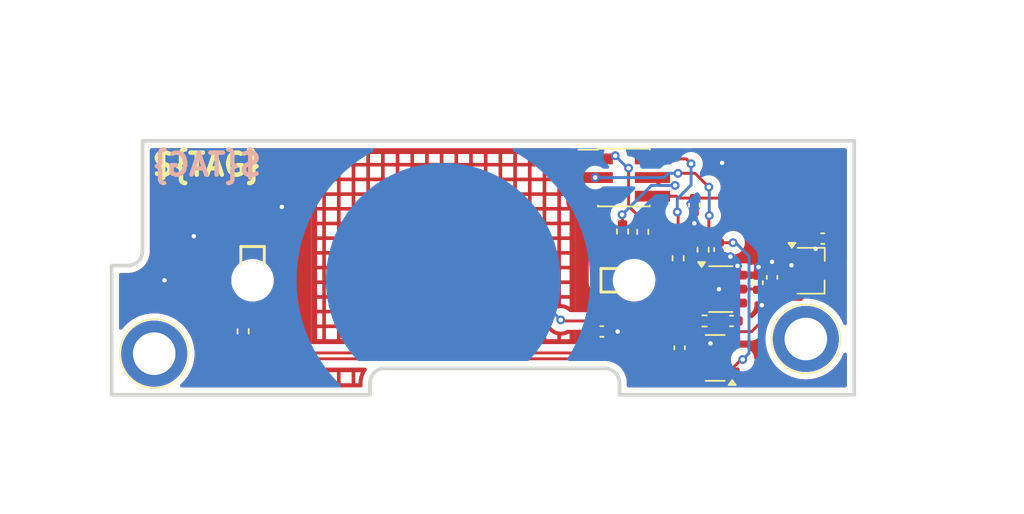
<source format=kicad_pcb>
(kicad_pcb (version 20240108) (generator "pcbnew") (generator_version "8.0")
  (layers (0 "F.Cu" signal) (31 "B.Cu" signal) (34 "B.Paste" user) (35 "F.Paste" user) (36 "B.SilkS" user "B.Silkscreen") (37 "F.SilkS" user "F.Silkscreen") (38 "B.Mask" user) (39 "F.Mask" user) (44 "Edge.Cuts" user))
  (net 0 "")
  (net 1 "GND")
  (net 2 "+3V3")
  (net 3 "~{LED_B}")
  (net 4 "CAP_BUTTON")
  (net 5 "~{LED_G}")
  (net 6 "~{LED_R}")
  (net 7 "Net-(D301-K)")
  (net 8 "Net-(U301-VO)")
  (net 9 "Net-(U302-SNS)")
  (net 10 "Net-(U302-SNSK)")
  (net 11 "Net-(C307-Pad1)")
  (net 12 "Net-(D301-A)")
  (net 15 "Net-(LED301---Pad4)")
  (net 16 "Net-(LED301---Pad1)")
  (net 17 "Net-(LED301---Pad3)")
  (net 18 "Net-(U302-OUT)")
  (footprint "Resistor_SMD:R_0402_1005Metric" (layer "F.Cu") (at 16 -1.5 -90)
    (property "Reference" "R304" (hide yes))
    (property "Value" "180R")
    (fp_line (start -0.153641 0.38) (end 0.153641 0.38) (stroke (width 0.12)) (layer "F.SilkS"))
    (fp_line (start -0.153641 -0.38) (end 0.153641 -0.38) (stroke (width 0.12)) (layer "F.SilkS"))
    (pad "1" smd roundrect (at -0.51 0 270) (size 0.54 0.64) (layers "F.Cu" "F.Paste" "F.Mask") (net 3 "~{LED_B}"))
    (pad "2" smd roundrect (at 0.51 0 270) (size 0.54 0.64) (layers "F.Cu" "F.Paste" "F.Mask") (net 17 "Net-(LED301---Pad3)"))
  )
  (footprint "Resistor_SMD:R_0402_1005Metric" (layer "F.Cu") (at 17.8 2.7725 180)
    (property "Reference" "R302" (hide yes))
    (property "Value" "10k")
    (fp_line (start -0.153641 0.38) (end 0.153641 0.38) (stroke (width 0.12)) (layer "F.SilkS"))
    (fp_line (start -0.153641 -0.38) (end 0.153641 -0.38) (stroke (width 0.12)) (layer "F.SilkS"))
    (pad "1" smd roundrect (at -0.51 0 180) (size 0.54 0.64) (layers "F.Cu" "F.Paste" "F.Mask") (net 10 "Net-(U302-SNSK)"))
    (pad "2" smd roundrect (at 0.51 0 180) (size 0.54 0.64) (layers "F.Cu" "F.Paste" "F.Mask") (net 11 "Net-(C307-Pad1)"))
  )
  (footprint "Resistor_SMD:R_0402_1005Metric" (layer "F.Cu") (at 13.59 -3.3 90)
    (property "Reference" "R306" (hide yes))
    (property "Value" "180R")
    (fp_line (start -0.153641 -0.38) (end 0.153641 -0.38) (stroke (width 0.12)) (layer "F.SilkS"))
    (fp_line (start -0.153641 0.38) (end 0.153641 0.38) (stroke (width 0.12)) (layer "F.SilkS"))
    (pad "1" smd roundrect (at -0.51 0 90) (size 0.54 0.64) (layers "F.Cu" "F.Paste" "F.Mask") (net 16 "Net-(LED301---Pad1)"))
    (pad "2" smd roundrect (at 0.51 0 90) (size 0.54 0.64) (layers "F.Cu" "F.Paste" "F.Mask") (net 6 "~{LED_R}"))
  )
  (footprint "Package_TO_SOT_SMD:TSOT-23" (layer "F.Cu") (at 25.03 -0.67)
    (property "Reference" "U301" (hide yes))
    (property "Value" "ME6216A28XG")
    (fp_line (start 0.945 0.69) (end 0.945 1.58) (stroke (width 0.12)) (layer "F.SilkS"))
    (fp_line (start 0.945 1.58) (end -0.905 1.58) (stroke (width 0.12)) (layer "F.SilkS"))
    (fp_line (start 0.96 -1.54) (end -0.89 -1.54) (stroke (width 0.12)) (layer "F.SilkS"))
    (fp_line (start 0.96 -1.54) (end 0.96 -0.65) (stroke (width 0.12)) (layer "F.SilkS"))
    (fp_poly (pts (xy -1.28 -1.55) (xy -1.52 -1.88) (xy -1.04 -1.88) (xy -1.28 -1.55)) (stroke (width 0.12)) (fill solid) (layer "F.SilkS"))
    (pad "1" smd roundrect (at -1.31 -0.95) (size 1.22 0.65) (layers "F.Cu" "F.Paste" "F.Mask") (net 1 "GND"))
    (pad "2" smd roundrect (at -1.31 0.95) (size 1.22 0.65) (layers "F.Cu" "F.Paste" "F.Mask") (net 8 "Net-(U301-VO)"))
    (pad "3" smd roundrect (at 1.31 0) (size 1.22 0.65) (layers "F.Cu" "F.Paste" "F.Mask") (net 2 "+3V3"))
  )
  (footprint "Capacitor_SMD:C_0402_1005Metric" (layer "F.Cu") (at 10.8 3.49)
    (property "Reference" "C307" (hide yes))
    (property "Value" "~")
    (fp_line (start -0.107836 -0.36) (end 0.107836 -0.36) (stroke (width 0.12)) (layer "F.SilkS"))
    (fp_line (start -0.107836 0.36) (end 0.107836 0.36) (stroke (width 0.12)) (layer "F.SilkS"))
    (pad "1" smd roundrect (at -0.48 0) (size 0.56 0.62) (layers "F.Cu" "F.Paste" "F.Mask") (net 11 "Net-(C307-Pad1)"))
    (pad "2" smd roundrect (at 0.48 0) (size 0.56 0.62) (layers "F.Cu" "F.Paste" "F.Mask") (net 1 "GND"))
  )
  (footprint "Package_TO_SOT_SMD:SOT-23-6" (layer "F.Cu") (at 18.9 0.6)
    (property "Reference" "U302" (hide yes))
    (property "Value" "AT42QT1010-TSHR")
    (fp_line (start 0 -1.56) (end -0.8 -1.56) (stroke (width 0.12)) (layer "F.SilkS"))
    (fp_line (start 0 -1.56) (end 0.8 -1.56) (stroke (width 0.12)) (layer "F.SilkS"))
    (fp_line (start 0 1.56) (end -0.8 1.56) (stroke (width 0.12)) (layer "F.SilkS"))
    (fp_line (start 0 1.56) (end 0.8 1.56) (stroke (width 0.12)) (layer "F.SilkS"))
    (fp_poly (pts (xy -1.3 -1.51) (xy -1.54 -1.84) (xy -1.06 -1.84) (xy -1.3 -1.51)) (stroke (width 0.12)) (fill solid) (layer "F.SilkS"))
    (pad "1" smd roundrect (at -1.1375 -0.95) (size 1.325 0.6) (layers "F.Cu" "F.Paste" "F.Mask") (net 18 "Net-(U302-OUT)"))
    (pad "2" smd roundrect (at -1.1375 0) (size 1.325 0.6) (layers "F.Cu" "F.Paste" "F.Mask") (net 1 "GND"))
    (pad "3" smd roundrect (at -1.1375 0.95) (size 1.325 0.6) (layers "F.Cu" "F.Paste" "F.Mask") (net 10 "Net-(U302-SNSK)"))
    (pad "4" smd roundrect (at 1.1375 0.95) (size 1.325 0.6) (layers "F.Cu" "F.Paste" "F.Mask") (net 9 "Net-(U302-SNS)"))
    (pad "5" smd roundrect (at 1.1375 0) (size 1.325 0.6) (layers "F.Cu" "F.Paste" "F.Mask") (net 8 "Net-(U301-VO)"))
    (pad "6" smd roundrect (at 1.1375 -0.95) (size 1.325 0.6) (layers "F.Cu" "F.Paste" "F.Mask") (net 1 "GND"))
  )
  (footprint "Capacitor_SMD:C_0402_1005Metric" (layer "F.Cu") (at 19.64 2.7725)
    (property "Reference" "C306" (hide yes))
    (property "Value" "8.2nF")
    (fp_line (start -0.107836 -0.36) (end 0.107836 -0.36) (stroke (width 0.12)) (layer "F.SilkS"))
    (fp_line (start -0.107836 0.36) (end 0.107836 0.36) (stroke (width 0.12)) (layer "F.SilkS"))
    (pad "1" smd roundrect (at -0.48 0) (size 0.56 0.62) (layers "F.Cu" "F.Paste" "F.Mask") (net 10 "Net-(U302-SNSK)"))
    (pad "2" smd roundrect (at 0.48 0) (size 0.56 0.62) (layers "F.Cu" "F.Paste" "F.Mask") (net 9 "Net-(U302-SNS)"))
  )
  (footprint "Resistor_SMD:R_0402_1005Metric" (layer "F.Cu") (at 17.7 -2.09 -90)
    (property "Reference" "R303" (hide yes))
    (property "Value" "10k")
    (fp_line (start -0.153641 0.38) (end 0.153641 0.38) (stroke (width 0.12)) (layer "F.SilkS"))
    (fp_line (start -0.153641 -0.38) (end 0.153641 -0.38) (stroke (width 0.12)) (layer "F.SilkS"))
    (pad "1" smd roundrect (at -0.51 0 270) (size 0.54 0.64) (layers "F.Cu" "F.Paste" "F.Mask") (net 4 "CAP_BUTTON"))
    (pad "2" smd roundrect (at 0.51 0 270) (size 0.54 0.64) (layers "F.Cu" "F.Paste" "F.Mask") (net 18 "Net-(U302-OUT)"))
  )
  (footprint "cacophony-library:SMTWE2070MTJ" (layer "F.Cu") (at 24.7 4)
    (property "Reference" "J303" (hide yes))
    (property "Value" "Screw_Terminal_01x01")
    (fp_circle (center 0 0) (end 2.35 0) (stroke (width 0.1)) (fill none) (layer "F.SilkS"))
    (pad "1" thru_hole circle (at 0 0) (size 4.5 4.5) (drill 2.9) (layers "*.Cu" "*.Mask"))
  )
  (footprint "Capacitor_SMD:C_0402_1005Metric" (layer "F.Cu") (at 22.4 -0.2 90)
    (property "Reference" "C304" (hide yes))
    (property "Value" "1uF")
    (fp_line (start -0.107836 -0.36) (end 0.107836 -0.36) (stroke (width 0.12)) (layer "F.SilkS"))
    (fp_line (start -0.107836 0.36) (end 0.107836 0.36) (stroke (width 0.12)) (layer "F.SilkS"))
    (pad "1" smd roundrect (at -0.48 0 90) (size 0.56 0.62) (layers "F.Cu" "F.Paste" "F.Mask") (net 8 "Net-(U301-VO)"))
    (pad "2" smd roundrect (at 0.48 0 90) (size 0.56 0.62) (layers "F.Cu" "F.Paste" "F.Mask") (net 1 "GND"))
  )
  (footprint "Capacitor_SMD:C_0402_1005Metric" (layer "F.Cu") (at 21.41 0.17 90)
    (property "Reference" "C305" (hide yes))
    (property "Value" "220nF")
    (fp_line (start -0.107836 -0.36) (end 0.107836 -0.36) (stroke (width 0.12)) (layer "F.SilkS"))
    (fp_line (start -0.107836 0.36) (end 0.107836 0.36) (stroke (width 0.12)) (layer "F.SilkS"))
    (pad "1" smd roundrect (at -0.48 0 90) (size 0.56 0.62) (layers "F.Cu" "F.Paste" "F.Mask") (net 8 "Net-(U301-VO)"))
    (pad "2" smd roundrect (at 0.48 0 90) (size 0.56 0.62) (layers "F.Cu" "F.Paste" "F.Mask") (net 1 "GND"))
  )
  (footprint "Capacitor_SMD:C_0402_1005Metric" (layer "F.Cu") (at 17.1 -5.12 90)
    (property "Reference" "C301" (hide yes))
    (property "Value" "1uF")
    (fp_line (start -0.107836 -0.36) (end 0.107836 -0.36) (stroke (width 0.12)) (layer "F.SilkS"))
    (fp_line (start -0.107836 0.36) (end 0.107836 0.36) (stroke (width 0.12)) (layer "F.SilkS"))
    (pad "1" smd roundrect (at -0.48 0 90) (size 0.56 0.62) (layers "F.Cu" "F.Paste" "F.Mask") (net 1 "GND"))
    (pad "2" smd roundrect (at 0.48 0 90) (size 0.56 0.62) (layers "F.Cu" "F.Paste" "F.Mask") (net 2 "+3V3"))
  )
  (footprint "cacophony-library:QBLP655R-IW-2897" (layer "F.Cu") (at -13 0 -90)
    (property "Reference" "D301" (hide yes))
    (property "Value" "LED")
    (fp_line (start -2.3 0.8) (end -1.1 0.8) (stroke (width 0.2)) (layer "F.SilkS"))
    (fp_line (start -2.3 -0.8) (end -2.3 0.8) (stroke (width 0.2)) (layer "F.SilkS"))
    (fp_line (start -2.3 -0.8) (end -1.1 -0.8) (stroke (width 0.2)) (layer "F.SilkS"))
    (pad "" np_thru_hole circle (at 0 0 270) (size 2.4 2.4) (drill 2.4) (layers "F&B.Cu" "*.Mask"))
    (pad "1" smd custom (at -1.8 0 90) (size 0.22 0.22) (layers "F.Cu" "F.Paste" "F.Mask") (net 7 "Net-(D301-K)") (options (clearance outline) (anchor circle)) (primitives (gr_rect (start -0.29 -0.3) (end 0.29 0.28) (width 0.001) (fill yes)) (gr_poly (pts (xy -0.32 0.2) (xy -0.41 0.61) (xy -0.41 0.63) (xy 0.28 0.63) (xy 0.283984 0.629619) (xy 0.289619 0.623984) (xy 0.29 0.62) (xy 0.29 0.19) (xy 0.289619 0.186016) (xy 0.283984 0.180381) (xy 0.28 0.18) (xy -0.31 0.18)) (width 0) (fill yes)) (gr_arc (start -0.410001 -0.58) (mid -0.294632 0) (end -0.410001 0.58) (width 0.1)) (gr_poly (pts (xy -0.32 -0.2) (xy -0.41 -0.61) (xy -0.41 -0.63) (xy 0.28 -0.63) (xy 0.283984 -0.629619) (xy 0.289619 -0.623984) (xy 0.29 -0.62) (xy 0.29 -0.19) (xy 0.289619 -0.186016) (xy 0.283984 -0.180381) (xy 0.28 -0.18) (xy -0.31 -0.18)) (width 0) (fill yes))))
    (pad "2" smd custom (at 1.8 0 270) (size 0.22 0.22) (layers "F.Cu" "F.Paste" "F.Mask") (net 12 "Net-(D301-A)") (options (clearance outline) (anchor circle)) (primitives (gr_rect (start -0.29 -0.3) (end 0.29 0.28) (width 0.001) (fill yes)) (gr_poly (pts (xy -0.32 0.2) (xy -0.41 0.61) (xy -0.41 0.63) (xy 0.28 0.63) (xy 0.283984 0.629619) (xy 0.289619 0.623984) (xy 0.29 0.62) (xy 0.29 0.19) (xy 0.289619 0.186016) (xy 0.283984 0.180381) (xy 0.28 0.18) (xy -0.31 0.18)) (width 0) (fill yes)) (gr_arc (start -0.410001 -0.58) (mid -0.294632 0) (end -0.410001 0.58) (width 0.1)) (gr_poly (pts (xy -0.32 -0.2) (xy -0.41 -0.61) (xy -0.41 -0.63) (xy 0.28 -0.63) (xy 0.283984 -0.629619) (xy 0.289619 -0.623984) (xy 0.29 -0.62) (xy 0.29 -0.19) (xy 0.289619 -0.186016) (xy 0.283984 -0.180381) (xy 0.28 -0.18) (xy -0.31 -0.18)) (width 0) (fill yes))))
  )
  (footprint "cacophony-library:SMTWE2070MTJ" (layer "F.Cu") (at -19.7 5)
    (property "Reference" "J301" (hide yes))
    (property "Value" "Screw_Terminal_01x01")
    (fp_circle (center 0 0) (end 2.35 0) (stroke (width 0.1)) (fill none) (layer "F.SilkS"))
    (pad "1" thru_hole circle (at 0 0) (size 4.5 4.5) (drill 2.9) (layers "*.Cu" "*.Mask"))
  )
  (footprint "Capacitor_SMD:C_0402_1005Metric" (layer "F.Cu") (at 18.81 -2.09 -90)
    (property "Reference" "C308" (hide yes))
    (property "Value" "220nF")
    (fp_line (start -0.107836 0.36) (end 0.107836 0.36) (stroke (width 0.12)) (layer "F.SilkS"))
    (fp_line (start -0.107836 -0.36) (end 0.107836 -0.36) (stroke (width 0.12)) (layer "F.SilkS"))
    (pad "1" smd roundrect (at -0.48 0 270) (size 0.56 0.62) (layers "F.Cu" "F.Paste" "F.Mask") (net 4 "CAP_BUTTON"))
    (pad "2" smd roundrect (at 0.48 0 270) (size 0.56 0.62) (layers "F.Cu" "F.Paste" "F.Mask") (net 1 "GND"))
  )
  (footprint "cacophony-library:QBLP655R-RGB" (layer "F.Cu") (at 13 0 180)
    (property "Reference" "LED301" (hide yes))
    (property "Value" "NH-B1515RGBA-HF")
    (fp_line (start 2.26 0.8) (end 2.26 -0.8) (stroke (width 0.2)) (layer "F.SilkS"))
    (fp_line (start 2.26 0.8) (end 1.2 0.8) (stroke (width 0.2)) (layer "F.SilkS"))
    (fp_line (start 2.26 -0.8) (end 1.2 -0.8) (stroke (width 0.2)) (layer "F.SilkS"))
    (pad "" np_thru_hole circle (at 0 0 180) (size 2.4 2.4) (drill 2.4) (layers "F&B.Cu" "*.Mask"))
    (pad "1" smd custom (at 1.7 0.4) (size 0.22 0.22) (layers "F.Cu" "F.Paste" "F.Mask") (net 16 "Net-(LED301---Pad1)") (options (clearance outline) (anchor circle)) (primitives (gr_poly (pts (xy 0.22 0.2) (xy 0.31 -0.21) (xy 0.31 -0.23) (xy -0.38 -0.23) (xy -0.383984 -0.229619) (xy -0.389619 -0.223984) (xy -0.39 -0.22) (xy -0.39 0.21) (xy -0.389619 0.213984) (xy -0.383984 0.219619) (xy -0.38 0.22) (xy 0.21 0.22)) (width 0) (fill yes)) (gr_arc (start 0.212119 0.170325) (mid 0.250511 -0.007785) (end 0.310001 -0.18) (width 0.1))))
    (pad "2" smd custom (at -1.7 0.4) (size 0.22 0.22) (layers "F.Cu" "F.Paste" "F.Mask") (net 2 "+3V3") (options (clearance outline) (anchor circle)) (primitives (gr_poly (pts (xy -0.22 0.2) (xy -0.31 -0.21) (xy -0.31 -0.23) (xy 0.38 -0.23) (xy 0.383984 -0.229619) (xy 0.389619 -0.223984) (xy 0.39 -0.22) (xy 0.39 0.21) (xy 0.389619 0.213984) (xy 0.383984 0.219619) (xy 0.38 0.22) (xy -0.21 0.22)) (width 0) (fill yes)) (gr_arc (start -0.310001 -0.18) (mid -0.250511 -0.007785) (end -0.212119 0.170325) (width 0.1))))
    (pad "3" smd custom (at -1.7 -0.4 180) (size 0.22 0.22) (layers "F.Cu" "F.Paste" "F.Mask") (net 17 "Net-(LED301---Pad3)") (options (clearance outline) (anchor circle)) (primitives (gr_poly (pts (xy 0.22 0.2) (xy 0.31 -0.21) (xy 0.31 -0.23) (xy -0.38 -0.23) (xy -0.383984 -0.229619) (xy -0.389619 -0.223984) (xy -0.39 -0.22) (xy -0.39 0.21) (xy -0.389619 0.213984) (xy -0.383984 0.219619) (xy -0.38 0.22) (xy 0.21 0.22)) (width 0) (fill yes)) (gr_arc (start 0.212119 0.170325) (mid 0.250511 -0.007785) (end 0.310001 -0.18) (width 0.1))))
    (pad "4" smd custom (at 1.7 -0.4 180) (size 0.22 0.22) (layers "F.Cu" "F.Paste" "F.Mask") (net 15 "Net-(LED301---Pad4)") (options (clearance outline) (anchor circle)) (primitives (gr_poly (pts (xy -0.22 0.2) (xy -0.31 -0.21) (xy -0.31 -0.23) (xy 0.38 -0.23) (xy 0.383984 -0.229619) (xy 0.389619 -0.223984) (xy 0.39 -0.22) (xy 0.39 0.21) (xy 0.389619 0.213984) (xy 0.383984 0.219619) (xy 0.38 0.22) (xy -0.21 0.22)) (width 0) (fill yes)) (gr_arc (start -0.310001 -0.18) (mid -0.250511 -0.007785) (end -0.212119 0.170325) (width 0.1))))
  )
  (footprint "Package_TO_SOT_SMD:SOT-23" (layer "F.Cu") (at 18.52 5.29 180)
    (property "Reference" "Q301" (hide yes))
    (property "Value" "AO3400A")
    (fp_line (start 0 1.56) (end 0.65 1.56) (stroke (width 0.12)) (layer "F.SilkS"))
    (fp_line (start 0 1.56) (end -0.65 1.56) (stroke (width 0.12)) (layer "F.SilkS"))
    (fp_line (start 0 -1.56) (end 0.65 -1.56) (stroke (width 0.12)) (layer "F.SilkS"))
    (fp_line (start 0 -1.56) (end -0.65 -1.56) (stroke (width 0.12)) (layer "F.SilkS"))
    (fp_poly (pts (xy -1.1625 -1.51) (xy -1.4025 -1.84) (xy -0.9225 -1.84) (xy -1.1625 -1.51)) (stroke (width 0.12)) (fill solid) (layer "F.SilkS"))
    (pad "1" smd roundrect (at -0.9375 -0.95 180) (size 1.475 0.6) (layers "F.Cu" "F.Paste" "F.Mask") (net 4 "CAP_BUTTON"))
    (pad "2" smd roundrect (at -0.9375 0.95 180) (size 1.475 0.6) (layers "F.Cu" "F.Paste" "F.Mask") (net 1 "GND"))
    (pad "3" smd roundrect (at 0.9375 0 180) (size 1.475 0.6) (layers "F.Cu" "F.Paste" "F.Mask") (net 7 "Net-(D301-K)"))
  )
  (footprint "Capacitor_SMD:C_0402_1005Metric" (layer "F.Cu") (at 16.1 4.6 90)
    (property "Reference" "C302" (hide yes))
    (property "Value" "1uF")
    (fp_line (start -0.107836 -0.36) (end 0.107836 -0.36) (stroke (width 0.12)) (layer "F.SilkS"))
    (fp_line (start -0.107836 0.36) (end 0.107836 0.36) (stroke (width 0.12)) (layer "F.SilkS"))
    (pad "1" smd roundrect (at -0.48 0 90) (size 0.56 0.62) (layers "F.Cu" "F.Paste" "F.Mask") (net 7 "Net-(D301-K)"))
    (pad "2" smd roundrect (at 0.48 0 90) (size 0.56 0.62) (layers "F.Cu" "F.Paste" "F.Mask") (net 1 "GND"))
  )
  (footprint "Connector_PinHeader_1.27mm:PinHeader_2x03_P1.27mm_Vertical_SMD" (layer "F.Cu") (at 12.3 -7)
    (property "Reference" "J302" (hide yes))
    (property "Value" "Conn_02x03_Odd_Even")
    (fp_line (start -3.09 -1.9) (end -1.765 -1.9) (stroke (width 0.12)) (layer "F.SilkS"))
    (fp_line (start -1.765 -1.965) (end -1.765 -1.9) (stroke (width 0.12)) (layer "F.SilkS"))
    (fp_line (start -1.765 -1.965) (end 1.765 -1.965) (stroke (width 0.12)) (layer "F.SilkS"))
    (fp_line (start -1.765 1.9) (end -1.765 1.965) (stroke (width 0.12)) (layer "F.SilkS"))
    (fp_line (start -1.765 1.965) (end 1.765 1.965) (stroke (width 0.12)) (layer "F.SilkS"))
    (fp_line (start 1.765 -1.965) (end 1.765 -1.9) (stroke (width 0.12)) (layer "F.SilkS"))
    (fp_line (start 1.765 1.9) (end 1.765 1.965) (stroke (width 0.12)) (layer "F.SilkS"))
    (pad "1" smd rect (at -1.95 -1.27) (size 2.4 0.74) (layers "F.Cu" "F.Paste" "F.Mask") (net 6 "~{LED_R}"))
    (pad "2" smd rect (at 1.95 -1.27) (size 2.4 0.74) (layers "F.Cu" "F.Paste" "F.Mask") (net 3 "~{LED_B}"))
    (pad "3" smd rect (at -1.95 0) (size 2.4 0.74) (layers "F.Cu" "F.Paste" "F.Mask") (net 4 "CAP_BUTTON"))
    (pad "4" smd rect (at 1.95 0) (size 2.4 0.74) (layers "F.Cu" "F.Paste" "F.Mask") (net 5 "~{LED_G}"))
    (pad "5" smd rect (at -1.95 1.27) (size 2.4 0.74) (layers "F.Cu" "F.Paste" "F.Mask") (net 1 "GND"))
    (pad "6" smd rect (at 1.95 1.27) (size 2.4 0.74) (layers "F.Cu" "F.Paste" "F.Mask") (net 2 "+3V3"))
  )
  (footprint "Capacitor_SMD:C_0402_1005Metric" (layer "F.Cu") (at 25.85 -2.84 180)
    (property "Reference" "C303" (hide yes))
    (property "Value" "1uF")
    (fp_line (start -0.107836 0.36) (end 0.107836 0.36) (stroke (width 0.12)) (layer "F.SilkS"))
    (fp_line (start -0.107836 -0.36) (end 0.107836 -0.36) (stroke (width 0.12)) (layer "F.SilkS"))
    (pad "1" smd roundrect (at -0.48 0 180) (size 0.56 0.62) (layers "F.Cu" "F.Paste" "F.Mask") (net 2 "+3V3"))
    (pad "2" smd roundrect (at 0.48 0 180) (size 0.56 0.62) (layers "F.Cu" "F.Paste" "F.Mask") (net 1 "GND"))
  )
  (footprint "Resistor_SMD:R_0402_1005Metric" (layer "F.Cu") (at -13.64 3.48 -90)
    (property "Reference" "R301" (hide yes))
    (property "Value" "180R")
    (fp_line (start -0.153641 0.38) (end 0.153641 0.38) (stroke (width 0.12)) (layer "F.SilkS"))
    (fp_line (start -0.153641 -0.38) (end 0.153641 -0.38) (stroke (width 0.12)) (layer "F.SilkS"))
    (pad "1" smd roundrect (at -0.51 0 270) (size 0.54 0.64) (layers "F.Cu" "F.Paste" "F.Mask") (net 12 "Net-(D301-A)"))
    (pad "2" smd roundrect (at 0.51 0 270) (size 0.54 0.64) (layers "F.Cu" "F.Paste" "F.Mask") (net 2 "+3V3"))
  )
  (footprint "Resistor_SMD:R_0402_1005Metric" (layer "F.Cu") (at 12.21 -3.32 90)
    (property "Reference" "R305" (hide yes))
    (property "Value" "180R")
    (fp_line (start -0.153641 -0.38) (end 0.153641 -0.38) (stroke (width 0.12)) (layer "F.SilkS"))
    (fp_line (start -0.153641 0.38) (end 0.153641 0.38) (stroke (width 0.12)) (layer "F.SilkS"))
    (pad "1" smd roundrect (at -0.51 0 90) (size 0.54 0.64) (layers "F.Cu" "F.Paste" "F.Mask") (net 15 "Net-(LED301---Pad4)"))
    (pad "2" smd roundrect (at 0.51 0 90) (size 0.54 0.64) (layers "F.Cu" "F.Paste" "F.Mask") (net 5 "~{LED_G}"))
  )
  (footprint "cacophony-library:Touch_Pad" (layer "B.Cu") (at 0 0 180)
    (property "Reference" "H301" (hide yes))
    (property "Value" "MountingHole_Pad")
    (pad "1" smd custom (at 0 0 180) (size 2 2) (layers "B.Cu") (net 11 "Net-(C307-Pad1)") (clearance 2) (options (clearance outline) (anchor circle)) (primitives (gr_poly (pts (arc (start 5.8 -5.5) (mid 0 7.993122) (end -5.8 -5.5))) (width 0) (fill yes))))
  )
  (gr_line (start -20.500002 -9.499999) (end -20.500002 -1.999997) (stroke (width 0.25)) (layer "Edge.Cuts"))
  (gr_arc (start -5.000002 7) (mid -4.707109 6.292894) (end -4.000003 6.000001) (stroke (width 0.25)) (layer "Edge.Cuts"))
  (gr_line (start 11.999998 7.8) (end 28 7.8) (stroke (width 0.25)) (layer "Edge.Cuts"))
  (gr_arc (start 10.999999 6.000001) (mid 11.707105 6.292894) (end 11.999998 7) (stroke (width 0.25)) (layer "Edge.Cuts"))
  (gr_line (start -22.6 7.799999) (end -5 7.8) (stroke (width 0.25)) (layer "Edge.Cuts"))
  (gr_line (start -5 7.8) (end -5.000002 7) (stroke (width 0.25)) (layer "Edge.Cuts"))
  (gr_arc (start -20.500002 -1.999997) (mid -20.792895 -1.292892) (end -21.5 -0.999999) (stroke (width 0.25)) (layer "Edge.Cuts"))
  (gr_line (start -21.5 -0.999999) (end -22.6 -1) (stroke (width 0.25)) (layer "Edge.Cuts"))
  (gr_line (start 11.999998 7) (end 11.999998 7.8) (stroke (width 0.25)) (layer "Edge.Cuts"))
  (gr_line (start -4.000003 6.000001) (end 10.999999 6.000001) (stroke (width 0.25)) (layer "Edge.Cuts"))
  (gr_line (start 27.999998 -9.499999) (end -20.500002 -9.499999) (stroke (width 0.25)) (layer "Edge.Cuts"))
  (gr_line (start 28 7.8) (end 27.999998 -9.499999) (stroke (width 0.25)) (layer "Edge.Cuts"))
  (gr_line (start -22.6 -1) (end -22.6 7.799999) (stroke (width 0.25)) (layer "Edge.Cuts"))
  (gr_text "${TAG}" (at -20 -7 -0) (layer "B.SilkS") (effects (font (size 1.5 1.5) (thickness 0.3) (bold yes)) (justify right bottom mirror)))
  (gr_text "${TAG}" (at -20 -7 -0) (layer "F.SilkS") (effects (font (size 1.5 1.5) (thickness 0.3) (bold yes)) (justify left bottom)))
  (segment (start 22.58 -0.68) (end 23.05 -1.15) (width 0.2) (layer "F.Cu") (net 1))
  (segment (start 23.72 -1.62) (end 23.72 -1.02) (width 0.2) (layer "F.Cu") (net 1))
  (segment (start 21.41 -0.83) (end 21.48 -0.9) (width 0.2) (layer "F.Cu") (net 1))
  (segment (start 23.05 -1.15) (end 23.25 -1.15) (width 0.2) (layer "F.Cu") (net 1))
  (segment (start 18.02 4.12) (end 16.1 4.12) (width 0.2) (layer "F.Cu") (net 1))
  (segment (start 18.78 0.1) (end 19.23 -0.35) (width 0.2) (layer "F.Cu") (net 1))
  (segment (start 19.4575 4.34) (end 18.24 4.34) (width 0.2) (layer "F.Cu") (net 1))
  (segment (start 11.28 3.49) (end 11.88 3.49) (width 0.2) (layer "F.Cu") (net 1))
  (segment (start 18.81 -1.61) (end 18.81 -1.5775) (width 0.2) (layer "F.Cu") (net 1))
  (segment (start 18.77 0.6) (end 18.78 0.61) (width 0.2) (layer "F.Cu") (net 1))
  (segment (start 21.41 -0.31) (end 21.41 -0.83) (width 0.2) (layer "F.Cu") (net 1))
  (segment (start 20.0375 -0.9775) (end 20.04 -0.98) (width 0.2) (layer "F.Cu") (net 1))
  (segment (start 17.7625 0.6) (end 18.77 0.6) (width 0.2) (layer "F.Cu") (net 1))
  (segment (start 18.2 4.3) (end 18.02 4.12) (width 0.2) (layer "F.Cu") (net 1))
  (segment (start 18.78 0.61) (end 18.78 0.1) (width 0.2) (layer "F.Cu") (net 1))
  (segment (start 20.0375 -0.35) (end 20.0375 -0.9775) (width 0.2) (layer "F.Cu") (net 1))
  (segment (start 18.81 -1.61) (end 19.56 -1.61) (width 0.2) (layer "F.Cu") (net 1))
  (segment (start 18.81 -1.5775) (end 20.0375 -0.35) (width 0.2) (layer "F.Cu") (net 1))
  (segment (start 22.4 -0.68) (end 21.78 -0.68) (width 0.2) (layer "F.Cu") (net 1))
  (segment (start 19.23 -0.35) (end 20.0375 -0.35) (width 0.2) (layer "F.Cu") (net 1))
  (segment (start 18.24 4.34) (end 18.2 4.3) (width 0.2) (layer "F.Cu") (net 1))
  (segment (start 17.1 -4.64) (end 17.1 -3.88) (width 0.2) (layer "F.Cu") (net 1))
  (segment (start 22.4 -0.68) (end 22.58 -0.68) (width 0.2) (layer "F.Cu") (net 1))
  (segment (start 20.0375 -0.35) (end 21.37 -0.35) (width 0.2) (layer "F.Cu") (net 1))
  (segment (start 23.25 -1.15) (end 23.72 -1.62) (width 0.2) (layer "F.Cu") (net 1))
  (segment (start 21.78 -0.68) (end 21.41 -0.31) (width 0.2) (layer "F.Cu") (net 1))
  (segment (start 22.4 -0.68) (end 22.4 -1.26) (width 0.2) (layer "F.Cu") (net 1))
  (segment (start 25.37 -2.84) (end 25.37 -2.15) (width 0.2) (layer "F.Cu") (net 1))
  (segment (start 21.37 -0.35) (end 21.41 -0.31) (width 0.2) (layer "F.Cu") (net 1))
  (via (at 19 -8) (size 0.6) (drill 0.3) (layers "F.Cu" "B.Cu") (net 1))
  (via (at 22.4 -1.26) (size 0.6) (drill 0.3) (layers "F.Cu" "B.Cu") (net 1))
  (via (at -17 -3) (size 0.6) (drill 0.3) (layers "F.Cu" "B.Cu") (net 1))
  (via (at 23.72 -1.02) (size 0.6) (drill 0.3) (layers "F.Cu" "B.Cu") (net 1))
  (via (at 25.37 -2.15) (size 0.6) (drill 0.3) (layers "F.Cu" "B.Cu") (net 1))
  (via (at -11 -5) (size 0.6) (drill 0.3) (layers "F.Cu" "B.Cu") (net 1))
  (via (at 18.2 4.3) (size 0.6) (drill 0.3) (layers "F.Cu" "B.Cu") (net 1))
  (via (at 17.1 -3.88) (size 0.6) (drill 0.3) (layers "F.Cu" "B.Cu") (net 1))
  (via (at 21.48 -0.9) (size 0.6) (drill 0.3) (layers "F.Cu" "B.Cu") (net 1))
  (via (at 18.78 0.61) (size 0.6) (drill 0.3) (layers "F.Cu" "B.Cu") (net 1))
  (via (at 11.88 3.49) (size 0.6) (drill 0.3) (layers "F.Cu" "B.Cu") (net 1))
  (via (at 19.56 -1.61) (size 0.6) (drill 0.3) (layers "F.Cu" "B.Cu") (net 1))
  (via (at 20.04 -0.98) (size 0.6) (drill 0.3) (layers "F.Cu" "B.Cu") (net 1))
  (via (at -19 0) (size 0.6) (drill 0.3) (layers "F.Cu" "B.Cu") (net 1))
  (via (at 21.7 1.7) (size 0.6) (drill 0.3) (layers "F.Cu" "B.Cu") (net 1))
  (segment (start 11.85 4.95) (end 13.3 3.5) (width 0.2) (layer "F.Cu") (net 2))
  (segment (start 26.34 -2.83) (end 26.33 -2.84) (width 0.2) (layer "F.Cu") (net 2))
  (segment (start 24.4 -5.6) (end 26.33 -3.67) (width 0.2) (layer "F.Cu") (net 2))
  (segment (start 17.1 -5.6) (end 24.4 -5.6) (width 0.2) (layer "F.Cu") (net 2))
  (segment (start 16.01 -5.6) (end 17.1 -5.6) (width 0.2) (layer "F.Cu") (net 2))
  (segment (start 26.33 -3.67) (end 26.33 -2.84) (width 0.2) (layer "F.Cu") (net 2))
  (segment (start 14.8 -4.15) (end 14.7 -4.05) (width 0.2) (layer "F.Cu") (net 2))
  (segment (start -13.64 3.99) (end -12.68 4.95) (width 0.2) (layer "F.Cu") (net 2))
  (segment (start 15.88 -5.73) (end 16.01 -5.6) (width 0.2) (layer "F.Cu") (net 2))
  (segment (start 13.3 3.5) (end 21 3.5) (width 0.2) (layer "F.Cu") (net 2))
  (segment (start 23.2 1.3) (end 24.37 1.3) (width 0.2) (layer "F.Cu") (net 2))
  (segment (start -12.68 4.95) (end 11.85 4.95) (width 0.2) (layer "F.Cu") (net 2))
  (segment (start 14.25 -4.7) (end 14.8 -4.15) (width 0.2) (layer "F.Cu") (net 2))
  (segment (start 26.34 -0.67) (end 26.34 -2.83) (width 0.2) (layer "F.Cu") (net 2))
  (segment (start 24.37 1.3) (end 26.34 -0.67) (width 0.2) (layer "F.Cu") (net 2))
  (segment (start 14.25 -5.73) (end 14.25 -4.7) (width 0.2) (layer "F.Cu") (net 2))
  (segment (start 21 3.5) (end 23.2 1.3) (width 0.2) (layer "F.Cu") (net 2))
  (segment (start 14.25 -5.73) (end 15.88 -5.73) (width 0.2) (layer "F.Cu") (net 2))
  (segment (start 14.7 -4.05) (end 14.7 -0.4) (width 0.2) (layer "F.Cu") (net 2))
  (segment (start 16.88 -7.94) (end 16.55 -8.27) (width 0.2) (layer "F.Cu") (net 3))
  (segment (start 16.55 -8.27) (end 14.25 -8.27) (width 0.2) (layer "F.Cu") (net 3))
  (segment (start 16 -4.59) (end 15.94 -4.65) (width 0.2) (layer "F.Cu") (net 3))
  (segment (start 16 -2.01) (end 16 -4.59) (width 0.2) (layer "F.Cu") (net 3))
  (via (at 16.88 -7.94) (size 0.6) (drill 0.3) (layers "F.Cu" "B.Cu") (net 3))
  (via (at 15.94 -4.65) (size 0.6) (drill 0.3) (layers "F.Cu" "B.Cu") (net 3))
  (segment (start 15.94 -5.55) (end 16.3 -5.91) (width 0.2) (layer "B.Cu") (net 3))
  (segment (start 15.94 -4.65) (end 15.94 -5.55) (width 0.2) (layer "B.Cu") (net 3))
  (segment (start 16.88 -6.49) (end 16.88 -7.94) (width 0.2) (layer "B.Cu") (net 3))
  (segment (start 16.3 -5.91) (end 16.88 -6.49) (width 0.2) (layer "B.Cu") (net 3))
  (segment (start 18.82 -2.56) (end 18.81 -2.57) (width 0.2) (layer "F.Cu") (net 4))
  (segment (start 18.09 -2.99) (end 18.09 -4.38) (width 0.2) (layer "F.Cu") (net 4))
  (segment (start 17.7 -2.6) (end 18.09 -2.99) (width 0.2) (layer "F.Cu") (net 4))
  (segment (start 18.09 -4.38) (end 18.12 -4.41) (width 0.2) (layer "F.Cu") (net 4))
  (segment (start 18.78 -2.6) (end 18.81 -2.57) (width 0.2) (layer "F.Cu") (net 4))
  (segment (start 17.7 -2.6) (end 18.78 -2.6) (width 0.2) (layer "F.Cu") (net 4))
  (segment (start 18.09 -6.35) (end 17.15 -7.29) (width 0.2) (layer "F.Cu") (net 4))
  (segment (start 17.15 -7.29) (end 15.99 -7.29) (width 0.2) (layer "F.Cu") (net 4))
  (segment (start 20.4 5.4) (end 20.2975 5.4) (width 0.2) (layer "F.Cu") (net 4))
  (segment (start 20.2975 5.4) (end 19.4575 6.24) (width 0.2) (layer "F.Cu") (net 4))
  (segment (start 19.74 -2.56) (end 18.82 -2.56) (width 0.2) (layer "F.Cu") (net 4))
  (via (at 10.35 -7) (size 0.6) (drill 0.3) (layers "F.Cu" "B.Cu") (net 4))
  (via (at 18.09 -6.35) (size 0.6) (drill 0.3) (layers "F.Cu" "B.Cu") (net 4))
  (via (at 19.74 -2.56) (size 0.6) (drill 0.3) (layers "F.Cu" "B.Cu") (net 4))
  (via (at 15.99 -7.29) (size 0.6) (drill 0.3) (layers "F.Cu" "B.Cu") (net 4))
  (via (at 20.4 5.4) (size 0.6) (drill 0.3) (layers "F.Cu" "B.Cu") (net 4))
  (via (at 18.12 -4.41) (size 0.6) (drill 0.3) (layers "F.Cu" "B.Cu") (net 4))
  (segment (start 19.91 -2.56) (end 19.74 -2.56) (width 0.2) (layer "B.Cu") (net 4))
  (segment (start 10.35 -7) (end 15.04 -7) (width 0.2) (layer "B.Cu") (net 4))
  (segment (start 20.83 4.97) (end 20.4 5.4) (width 0.2) (layer "B.Cu") (net 4))
  (segment (start 20.83 4.53) (end 20.83 -1.64) (width 0.2) (layer "B.Cu") (net 4))
  (segment (start 15.04 -7) (end 15.33 -7.29) (width 0.2) (layer "B.Cu") (net 4))
  (segment (start 18.12 -4.41) (end 18.12 -6.32) (width 0.2) (layer "B.Cu") (net 4))
  (segment (start 20.83 4.53) (end 20.83 4.97) (width 0.2) (layer "B.Cu") (net 4))
  (segment (start 20.83 -1.64) (end 20 -2.47) (width 0.2) (layer "B.Cu") (net 4))
  (segment (start 20 -2.47) (end 19.91 -2.56) (width 0.2) (layer "B.Cu") (net 4))
  (segment (start 18.12 -6.32) (end 18.09 -6.35) (width 0.2) (layer "B.Cu") (net 4))
  (segment (start 15.33 -7.29) (end 15.99 -7.29) (width 0.2) (layer "B.Cu") (net 4))
  (segment (start 14.78523 -6.46477) (end 14.25 -7) (width 0.2) (layer "F.Cu") (net 5))
  (segment (start 12.21 -3.83) (end 12.21 -4.44) (width 0.2) (layer "F.Cu") (net 5))
  (segment (start 12.21 -4.44) (end 12.18 -4.47) (width 0.2) (layer "F.Cu") (net 5))
  (segment (start 15.791971 -6.46477) (end 14.78523 -6.46477) (width 0.2) (layer "F.Cu") (net 5))
  (via (at 12.18 -4.47) (size 0.6) (drill 0.3) (layers "F.Cu" "B.Cu") (net 5))
  (via (at 15.791971 -6.46477) (size 0.6) (drill 0.3) (layers "F.Cu" "B.Cu") (net 5))
  (segment (start 14.17477 -6.46477) (end 15.791971 -6.46477) (width 0.2) (layer "B.Cu") (net 5))
  (segment (start 12.18 -4.47) (end 14.17477 -6.46477) (width 0.2) (layer "B.Cu") (net 5))
  (segment (start 13.59 -4.079999) (end 12.623645 -5.046354) (width 0.2) (layer "F.Cu") (net 6))
  (segment (start 13.59 -3.81) (end 13.59 -4.079999) (width 0.2) (layer "F.Cu") (net 6))
  (segment (start 10.57 -8.49) (end 10.35 -8.27) (width 0.2) (layer "F.Cu") (net 6))
  (segment (start 11.71 -8.49) (end 10.57 -8.49) (width 0.2) (layer "F.Cu") (net 6))
  (segment (start 12.623645 -5.046354) (end 12.623645 -7.638804) (width 0.2) (layer "F.Cu") (net 6))
  (via (at 11.71 -8.49) (size 0.6) (drill 0.3) (layers "F.Cu" "B.Cu") (net 6))
  (via (at 12.623645 -7.638804) (size 0.6) (drill 0.3) (layers "F.Cu" "B.Cu") (net 6))
  (segment (start 12.623645 -7.638804) (end 12.561196 -7.638804) (width 0.2) (layer "B.Cu") (net 6))
  (segment (start 12.561196 -7.638804) (end 11.71 -8.49) (width 0.2) (layer "B.Cu") (net 6))
  (segment (start -13.635 -1.8) (end -13 -1.8) (width 0.2) (layer "F.Cu") (net 7))
  (segment (start -14.55 -0.885) (end -13.635 -1.8) (width 0.2) (layer "F.Cu") (net 7))
  (segment (start 15.83 5.35) (end 16.1 5.08) (width 0.2) (layer "F.Cu") (net 7))
  (segment (start 16.1 5.08) (end 16.48 5.08) (width 0.2) (layer "F.Cu") (net 7))
  (segment (start 16.69 5.29) (end 17.5825 5.29) (width 0.2) (layer "F.Cu") (net 7))
  (segment (start -13.65 5.35) (end 15.83 5.35) (width 0.2) (layer "F.Cu") (net 7))
  (segment (start 16.48 5.08) (end 16.69 5.29) (width 0.2) (layer "F.Cu") (net 7))
  (segment (start -13.65 5.35) (end -14.55 4.45) (width 0.2) (layer "F.Cu") (net 7))
  (segment (start -14.55 4.45) (end -14.55 -0.885) (width 0.2) (layer "F.Cu") (net 7))
  (segment (start 22.724999 -0.044999) (end 23.395001 -0.044999) (width 0.2) (layer "F.Cu") (net 8))
  (segment (start 22.03 0.65) (end 22.4 0.28) (width 0.2) (layer "F.Cu") (net 8))
  (segment (start 20.0375 0.6) (end 21.36 0.6) (width 0.2) (layer "F.Cu") (net 8))
  (segment (start 22.4 0.28) (end 22.724999 -0.044999) (width 0.2) (layer "F.Cu") (net 8))
  (segment (start 21.41 0.65) (end 22.03 0.65) (width 0.2) (layer "F.Cu") (net 8))
  (segment (start 23.395001 -0.044999) (end 23.72 0.28) (width 0.2) (layer "F.Cu") (net 8))
  (segment (start 21.36 0.6) (end 21.41 0.65) (width 0.2) (layer "F.Cu") (net 8))
  (segment (start 20.12 2.3) (end 20.0375 2.2175) (width 0.2) (layer "F.Cu") (net 9))
  (segment (start 20.12 2.7725) (end 20.12 2.3) (width 0.2) (layer "F.Cu") (net 9))
  (segment (start 20.0375 2.2175) (end 20.0375 1.55) (width 0.2) (layer "F.Cu") (net 9))
  (segment (start 18.31 2.7725) (end 19.16 2.7725) (width 0.2) (layer "F.Cu") (net 10))
  (segment (start 17.7625 1.55) (end 17.7625 1.9425) (width 0.2) (layer "F.Cu") (net 10))
  (segment (start 18.31 2.49) (end 18.31 2.7725) (width 0.2) (layer "F.Cu") (net 10))
  (segment (start 17.7625 1.9425) (end 18.31 2.49) (width 0.2) (layer "F.Cu") (net 10))
  (segment (start 8.0725 2.7725) (end 8 2.7) (width 0.2) (layer "F.Cu") (net 11))
  (segment (start 10.28 2.7725) (end 8.0725 2.7725) (width 0.2) (layer "F.Cu") (net 11))
  (segment (start 17.29 2.7725) (end 10.28 2.7725) (width 0.2) (layer "F.Cu") (net 11))
  (segment (start 10.32 3.49) (end 10.32 2.8125) (width 0.2) (layer "F.Cu") (net 11))
  (segment (start 10.32 2.8125) (end 10.28 2.7725) (width 0.2) (layer "F.Cu") (net 11))
  (via (at 8 2.7) (size 0.6) (drill 0.3) (layers "F.Cu" "B.Cu") (net 11))
  (segment (start 5.3 0) (end 0 0) (width 0.2) (layer "B.Cu") (net 11))
  (segment (start 8 2.7) (end 5.3 0) (width 0.2) (layer "B.Cu") (net 11))
  (segment (start -13 1.8) (end -13 2.33) (width 0.2) (layer "F.Cu") (net 12))
  (segment (start -13 2.33) (end -13.64 2.97) (width 0.2) (layer "F.Cu") (net 12))
  (segment (start 10.71 0.4) (end 10.51 0.2) (width 0.2) (layer "F.Cu") (net 15))
  (segment (start 11.3 0.4) (end 10.71 0.4) (width 0.2) (layer "F.Cu") (net 15))
  (segment (start 10.51 -1.26) (end 12.06 -2.81) (width 0.2) (layer "F.Cu") (net 15))
  (segment (start 10.51 0.2) (end 10.51 -1.26) (width 0.2) (layer "F.Cu") (net 15))
  (segment (start 12.06 -2.81) (end 12.21 -2.81) (width 0.2) (layer "F.Cu") (net 15))
  (segment (start 13.135 -1.915) (end 13.59 -2.37) (width 0.2) (layer "F.Cu") (net 16))
  (segment (start 12.325 -1.915) (end 13.135 -1.915) (width 0.2) (layer "F.Cu") (net 16))
  (segment (start 13.59 -2.37) (end 13.59 -2.79) (width 0.2) (layer "F.Cu") (net 16))
  (segment (start 11.3 -0.4) (end 11.3 -0.89) (width 0.2) (layer "F.Cu") (net 16))
  (segment (start 11.3 -0.89) (end 12.325 -1.915) (width 0.2) (layer "F.Cu") (net 16))
  (segment (start 15.2 0.4) (end 16 -0.4) (width 0.2) (layer "F.Cu") (net 17))
  (segment (start 16 -0.4) (end 16 -0.99) (width 0.2) (layer "F.Cu") (net 17))
  (segment (start 14.7 0.4) (end 15.2 0.4) (width 0.2) (layer "F.Cu") (net 17))
  (segment (start 17.7625 -1.5175) (end 17.7 -1.58) (width 0.2) (layer "F.Cu") (net 18))
  (segment (start 17.7625 -0.35) (end 17.7625 -1.5175) (width 0.2) (layer "F.Cu") (net 18))
  (zone (net 1) (net_name "GND") (layer "F.Cu") (priority 3) (connect_pads (clearance 0.5)) (min_thickness 0.25) (fill yes (mode hatch) (thermal_gap 0.5) (thermal_bridge_width 0.5) (hatch_thickness 0.25) (hatch_gap 0.75) (hatch_orientation 0) (hatch_border_algorithm hatch_thickness) (hatch_min_hole_area 0.3))
    (polygon (pts (xy 9 -9) (xy 9 9) (xy -9 9) (xy -9 -9)))
  )
  (zone (net 1) (net_name "GND") (layer "F.Cu") (priority 1) (connect_pads (clearance 0.5)) (min_thickness 0.25) (fill yes (thermal_gap 0.5) (thermal_bridge_width 0.5))
    (polygon (pts (xy 28 -11) (xy 28 11) (xy -23 11) (xy -23 -11)))
  )
  (zone (net 1) (net_name "GND") (layer "B.Cu") (connect_pads (clearance 0.5)) (min_thickness 0.25) (fill yes (thermal_gap 0.5) (thermal_bridge_width 0.5))
    (polygon (pts (xy 28 -11) (xy -23 -11) (xy -23 11) (xy 28 11)))
  )
)
</source>
